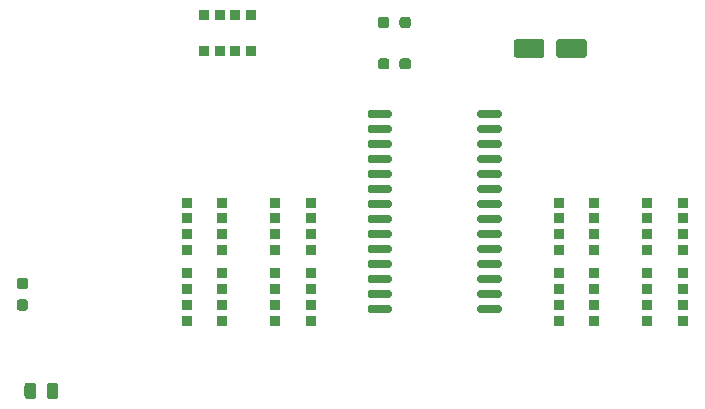
<source format=gbr>
%TF.GenerationSoftware,KiCad,Pcbnew,5.1.10*%
%TF.CreationDate,2021-11-19T19:09:23+01:00*%
%TF.ProjectId,SWITCH_INPUT_BOARD,53574954-4348-45f4-994e-5055545f424f,rev?*%
%TF.SameCoordinates,Original*%
%TF.FileFunction,Paste,Top*%
%TF.FilePolarity,Positive*%
%FSLAX46Y46*%
G04 Gerber Fmt 4.6, Leading zero omitted, Abs format (unit mm)*
G04 Created by KiCad (PCBNEW 5.1.10) date 2021-11-19 19:09:23*
%MOMM*%
%LPD*%
G01*
G04 APERTURE LIST*
%ADD10R,0.900000X0.900000*%
G04 APERTURE END LIST*
%TO.C,REF\u002A\u002A*%
G36*
G01*
X128200000Y-79237500D02*
X128200000Y-78762500D01*
G75*
G02*
X128437500Y-78525000I237500J0D01*
G01*
X128937500Y-78525000D01*
G75*
G02*
X129175000Y-78762500I0J-237500D01*
G01*
X129175000Y-79237500D01*
G75*
G02*
X128937500Y-79475000I-237500J0D01*
G01*
X128437500Y-79475000D01*
G75*
G02*
X128200000Y-79237500I0J237500D01*
G01*
G37*
G36*
G01*
X130025000Y-79237500D02*
X130025000Y-78762500D01*
G75*
G02*
X130262500Y-78525000I237500J0D01*
G01*
X130762500Y-78525000D01*
G75*
G02*
X131000000Y-78762500I0J-237500D01*
G01*
X131000000Y-79237500D01*
G75*
G02*
X130762500Y-79475000I-237500J0D01*
G01*
X130262500Y-79475000D01*
G75*
G02*
X130025000Y-79237500I0J237500D01*
G01*
G37*
%TD*%
%TO.C,REF\u002A\u002A*%
G36*
G01*
X128200000Y-75737500D02*
X128200000Y-75262500D01*
G75*
G02*
X128437500Y-75025000I237500J0D01*
G01*
X128937500Y-75025000D01*
G75*
G02*
X129175000Y-75262500I0J-237500D01*
G01*
X129175000Y-75737500D01*
G75*
G02*
X128937500Y-75975000I-237500J0D01*
G01*
X128437500Y-75975000D01*
G75*
G02*
X128200000Y-75737500I0J237500D01*
G01*
G37*
G36*
G01*
X130025000Y-75737500D02*
X130025000Y-75262500D01*
G75*
G02*
X130262500Y-75025000I237500J0D01*
G01*
X130762500Y-75025000D01*
G75*
G02*
X131000000Y-75262500I0J-237500D01*
G01*
X131000000Y-75737500D01*
G75*
G02*
X130762500Y-75975000I-237500J0D01*
G01*
X130262500Y-75975000D01*
G75*
G02*
X130025000Y-75737500I0J237500D01*
G01*
G37*
%TD*%
%TO.C,C1\u002A*%
G36*
G01*
X143300000Y-78250400D02*
X143300000Y-77149600D01*
G75*
G02*
X143549600Y-76900000I249600J0D01*
G01*
X145650400Y-76900000D01*
G75*
G02*
X145900000Y-77149600I0J-249600D01*
G01*
X145900000Y-78250400D01*
G75*
G02*
X145650400Y-78500000I-249600J0D01*
G01*
X143549600Y-78500000D01*
G75*
G02*
X143300000Y-78250400I0J249600D01*
G01*
G37*
G36*
G01*
X139700000Y-78250400D02*
X139700000Y-77149600D01*
G75*
G02*
X139949600Y-76900000I249600J0D01*
G01*
X142050400Y-76900000D01*
G75*
G02*
X142300000Y-77149600I0J-249600D01*
G01*
X142300000Y-78250400D01*
G75*
G02*
X142050400Y-78500000I-249600J0D01*
G01*
X139949600Y-78500000D01*
G75*
G02*
X139700000Y-78250400I0J249600D01*
G01*
G37*
%TD*%
%TO.C,REF\u002A\u002A*%
G36*
G01*
X98337500Y-98075000D02*
X97862500Y-98075000D01*
G75*
G02*
X97625000Y-97837500I0J237500D01*
G01*
X97625000Y-97337500D01*
G75*
G02*
X97862500Y-97100000I237500J0D01*
G01*
X98337500Y-97100000D01*
G75*
G02*
X98575000Y-97337500I0J-237500D01*
G01*
X98575000Y-97837500D01*
G75*
G02*
X98337500Y-98075000I-237500J0D01*
G01*
G37*
G36*
G01*
X98337500Y-99900000D02*
X97862500Y-99900000D01*
G75*
G02*
X97625000Y-99662500I0J237500D01*
G01*
X97625000Y-99162500D01*
G75*
G02*
X97862500Y-98925000I237500J0D01*
G01*
X98337500Y-98925000D01*
G75*
G02*
X98575000Y-99162500I0J-237500D01*
G01*
X98575000Y-99662500D01*
G75*
G02*
X98337500Y-99900000I-237500J0D01*
G01*
G37*
%TD*%
%TO.C,D1*%
G36*
G01*
X100150000Y-107156250D02*
X100150000Y-106243750D01*
G75*
G02*
X100393750Y-106000000I243750J0D01*
G01*
X100881250Y-106000000D01*
G75*
G02*
X101125000Y-106243750I0J-243750D01*
G01*
X101125000Y-107156250D01*
G75*
G02*
X100881250Y-107400000I-243750J0D01*
G01*
X100393750Y-107400000D01*
G75*
G02*
X100150000Y-107156250I0J243750D01*
G01*
G37*
G36*
G01*
X98275000Y-107156250D02*
X98275000Y-106243750D01*
G75*
G02*
X98518750Y-106000000I243750J0D01*
G01*
X99006250Y-106000000D01*
G75*
G02*
X99250000Y-106243750I0J-243750D01*
G01*
X99250000Y-107156250D01*
G75*
G02*
X99006250Y-107400000I-243750J0D01*
G01*
X98518750Y-107400000D01*
G75*
G02*
X98275000Y-107156250I0J243750D01*
G01*
G37*
%TD*%
D10*
%TO.C,RN1*%
X119500000Y-90750000D03*
X119500000Y-94750000D03*
X119500000Y-92090000D03*
X119500000Y-93410000D03*
X122500000Y-92090000D03*
X122500000Y-90750000D03*
X122500000Y-94750000D03*
X122500000Y-93410000D03*
%TD*%
%TO.C,RN2*%
X119500000Y-96750000D03*
X119500000Y-100750000D03*
X119500000Y-98090000D03*
X119500000Y-99410000D03*
X122500000Y-98090000D03*
X122500000Y-96750000D03*
X122500000Y-100750000D03*
X122500000Y-99410000D03*
%TD*%
%TO.C,RN3*%
X143500000Y-98090000D03*
X143500000Y-96750000D03*
X143500000Y-100750000D03*
X143500000Y-99410000D03*
X146500000Y-98090000D03*
X146500000Y-99410000D03*
X146500000Y-96750000D03*
X146500000Y-100750000D03*
%TD*%
%TO.C,RN4*%
X146500000Y-94750000D03*
X146500000Y-90750000D03*
X146500000Y-93410000D03*
X146500000Y-92090000D03*
X143500000Y-93410000D03*
X143500000Y-94750000D03*
X143500000Y-90750000D03*
X143500000Y-92090000D03*
%TD*%
%TO.C,RN5*%
X115000000Y-94750000D03*
X115000000Y-90750000D03*
X115000000Y-93410000D03*
X115000000Y-92090000D03*
X112000000Y-93410000D03*
X112000000Y-94750000D03*
X112000000Y-90750000D03*
X112000000Y-92090000D03*
%TD*%
%TO.C,RN6*%
X112000000Y-98090000D03*
X112000000Y-96750000D03*
X112000000Y-100750000D03*
X112000000Y-99410000D03*
X115000000Y-98090000D03*
X115000000Y-99410000D03*
X115000000Y-96750000D03*
X115000000Y-100750000D03*
%TD*%
%TO.C,RN7*%
X151000000Y-96750000D03*
X151000000Y-100750000D03*
X151000000Y-98090000D03*
X151000000Y-99410000D03*
X154000000Y-98090000D03*
X154000000Y-96750000D03*
X154000000Y-100750000D03*
X154000000Y-99410000D03*
%TD*%
%TO.C,RN8*%
X154000000Y-93410000D03*
X154000000Y-94750000D03*
X154000000Y-90750000D03*
X154000000Y-92090000D03*
X151000000Y-93410000D03*
X151000000Y-92090000D03*
X151000000Y-94750000D03*
X151000000Y-90750000D03*
%TD*%
%TO.C,RN9*%
X116140000Y-74880000D03*
X117480000Y-74880000D03*
X113480000Y-74880000D03*
X114820000Y-74880000D03*
X116140000Y-77880000D03*
X114820000Y-77880000D03*
X117480000Y-77880000D03*
X113480000Y-77880000D03*
%TD*%
%TO.C,U1*%
G36*
G01*
X138675000Y-99605000D02*
X138675000Y-99905000D01*
G75*
G02*
X138525000Y-100055000I-150000J0D01*
G01*
X136775000Y-100055000D01*
G75*
G02*
X136625000Y-99905000I0J150000D01*
G01*
X136625000Y-99605000D01*
G75*
G02*
X136775000Y-99455000I150000J0D01*
G01*
X138525000Y-99455000D01*
G75*
G02*
X138675000Y-99605000I0J-150000D01*
G01*
G37*
G36*
G01*
X138675000Y-98335000D02*
X138675000Y-98635000D01*
G75*
G02*
X138525000Y-98785000I-150000J0D01*
G01*
X136775000Y-98785000D01*
G75*
G02*
X136625000Y-98635000I0J150000D01*
G01*
X136625000Y-98335000D01*
G75*
G02*
X136775000Y-98185000I150000J0D01*
G01*
X138525000Y-98185000D01*
G75*
G02*
X138675000Y-98335000I0J-150000D01*
G01*
G37*
G36*
G01*
X138675000Y-97065000D02*
X138675000Y-97365000D01*
G75*
G02*
X138525000Y-97515000I-150000J0D01*
G01*
X136775000Y-97515000D01*
G75*
G02*
X136625000Y-97365000I0J150000D01*
G01*
X136625000Y-97065000D01*
G75*
G02*
X136775000Y-96915000I150000J0D01*
G01*
X138525000Y-96915000D01*
G75*
G02*
X138675000Y-97065000I0J-150000D01*
G01*
G37*
G36*
G01*
X138675000Y-95795000D02*
X138675000Y-96095000D01*
G75*
G02*
X138525000Y-96245000I-150000J0D01*
G01*
X136775000Y-96245000D01*
G75*
G02*
X136625000Y-96095000I0J150000D01*
G01*
X136625000Y-95795000D01*
G75*
G02*
X136775000Y-95645000I150000J0D01*
G01*
X138525000Y-95645000D01*
G75*
G02*
X138675000Y-95795000I0J-150000D01*
G01*
G37*
G36*
G01*
X138675000Y-94525000D02*
X138675000Y-94825000D01*
G75*
G02*
X138525000Y-94975000I-150000J0D01*
G01*
X136775000Y-94975000D01*
G75*
G02*
X136625000Y-94825000I0J150000D01*
G01*
X136625000Y-94525000D01*
G75*
G02*
X136775000Y-94375000I150000J0D01*
G01*
X138525000Y-94375000D01*
G75*
G02*
X138675000Y-94525000I0J-150000D01*
G01*
G37*
G36*
G01*
X138675000Y-93255000D02*
X138675000Y-93555000D01*
G75*
G02*
X138525000Y-93705000I-150000J0D01*
G01*
X136775000Y-93705000D01*
G75*
G02*
X136625000Y-93555000I0J150000D01*
G01*
X136625000Y-93255000D01*
G75*
G02*
X136775000Y-93105000I150000J0D01*
G01*
X138525000Y-93105000D01*
G75*
G02*
X138675000Y-93255000I0J-150000D01*
G01*
G37*
G36*
G01*
X138675000Y-91985000D02*
X138675000Y-92285000D01*
G75*
G02*
X138525000Y-92435000I-150000J0D01*
G01*
X136775000Y-92435000D01*
G75*
G02*
X136625000Y-92285000I0J150000D01*
G01*
X136625000Y-91985000D01*
G75*
G02*
X136775000Y-91835000I150000J0D01*
G01*
X138525000Y-91835000D01*
G75*
G02*
X138675000Y-91985000I0J-150000D01*
G01*
G37*
G36*
G01*
X138675000Y-90715000D02*
X138675000Y-91015000D01*
G75*
G02*
X138525000Y-91165000I-150000J0D01*
G01*
X136775000Y-91165000D01*
G75*
G02*
X136625000Y-91015000I0J150000D01*
G01*
X136625000Y-90715000D01*
G75*
G02*
X136775000Y-90565000I150000J0D01*
G01*
X138525000Y-90565000D01*
G75*
G02*
X138675000Y-90715000I0J-150000D01*
G01*
G37*
G36*
G01*
X138675000Y-89445000D02*
X138675000Y-89745000D01*
G75*
G02*
X138525000Y-89895000I-150000J0D01*
G01*
X136775000Y-89895000D01*
G75*
G02*
X136625000Y-89745000I0J150000D01*
G01*
X136625000Y-89445000D01*
G75*
G02*
X136775000Y-89295000I150000J0D01*
G01*
X138525000Y-89295000D01*
G75*
G02*
X138675000Y-89445000I0J-150000D01*
G01*
G37*
G36*
G01*
X138675000Y-88175000D02*
X138675000Y-88475000D01*
G75*
G02*
X138525000Y-88625000I-150000J0D01*
G01*
X136775000Y-88625000D01*
G75*
G02*
X136625000Y-88475000I0J150000D01*
G01*
X136625000Y-88175000D01*
G75*
G02*
X136775000Y-88025000I150000J0D01*
G01*
X138525000Y-88025000D01*
G75*
G02*
X138675000Y-88175000I0J-150000D01*
G01*
G37*
G36*
G01*
X138675000Y-86905000D02*
X138675000Y-87205000D01*
G75*
G02*
X138525000Y-87355000I-150000J0D01*
G01*
X136775000Y-87355000D01*
G75*
G02*
X136625000Y-87205000I0J150000D01*
G01*
X136625000Y-86905000D01*
G75*
G02*
X136775000Y-86755000I150000J0D01*
G01*
X138525000Y-86755000D01*
G75*
G02*
X138675000Y-86905000I0J-150000D01*
G01*
G37*
G36*
G01*
X138675000Y-85635000D02*
X138675000Y-85935000D01*
G75*
G02*
X138525000Y-86085000I-150000J0D01*
G01*
X136775000Y-86085000D01*
G75*
G02*
X136625000Y-85935000I0J150000D01*
G01*
X136625000Y-85635000D01*
G75*
G02*
X136775000Y-85485000I150000J0D01*
G01*
X138525000Y-85485000D01*
G75*
G02*
X138675000Y-85635000I0J-150000D01*
G01*
G37*
G36*
G01*
X138675000Y-84365000D02*
X138675000Y-84665000D01*
G75*
G02*
X138525000Y-84815000I-150000J0D01*
G01*
X136775000Y-84815000D01*
G75*
G02*
X136625000Y-84665000I0J150000D01*
G01*
X136625000Y-84365000D01*
G75*
G02*
X136775000Y-84215000I150000J0D01*
G01*
X138525000Y-84215000D01*
G75*
G02*
X138675000Y-84365000I0J-150000D01*
G01*
G37*
G36*
G01*
X138675000Y-83095000D02*
X138675000Y-83395000D01*
G75*
G02*
X138525000Y-83545000I-150000J0D01*
G01*
X136775000Y-83545000D01*
G75*
G02*
X136625000Y-83395000I0J150000D01*
G01*
X136625000Y-83095000D01*
G75*
G02*
X136775000Y-82945000I150000J0D01*
G01*
X138525000Y-82945000D01*
G75*
G02*
X138675000Y-83095000I0J-150000D01*
G01*
G37*
G36*
G01*
X129375000Y-83095000D02*
X129375000Y-83395000D01*
G75*
G02*
X129225000Y-83545000I-150000J0D01*
G01*
X127475000Y-83545000D01*
G75*
G02*
X127325000Y-83395000I0J150000D01*
G01*
X127325000Y-83095000D01*
G75*
G02*
X127475000Y-82945000I150000J0D01*
G01*
X129225000Y-82945000D01*
G75*
G02*
X129375000Y-83095000I0J-150000D01*
G01*
G37*
G36*
G01*
X129375000Y-84365000D02*
X129375000Y-84665000D01*
G75*
G02*
X129225000Y-84815000I-150000J0D01*
G01*
X127475000Y-84815000D01*
G75*
G02*
X127325000Y-84665000I0J150000D01*
G01*
X127325000Y-84365000D01*
G75*
G02*
X127475000Y-84215000I150000J0D01*
G01*
X129225000Y-84215000D01*
G75*
G02*
X129375000Y-84365000I0J-150000D01*
G01*
G37*
G36*
G01*
X129375000Y-85635000D02*
X129375000Y-85935000D01*
G75*
G02*
X129225000Y-86085000I-150000J0D01*
G01*
X127475000Y-86085000D01*
G75*
G02*
X127325000Y-85935000I0J150000D01*
G01*
X127325000Y-85635000D01*
G75*
G02*
X127475000Y-85485000I150000J0D01*
G01*
X129225000Y-85485000D01*
G75*
G02*
X129375000Y-85635000I0J-150000D01*
G01*
G37*
G36*
G01*
X129375000Y-86905000D02*
X129375000Y-87205000D01*
G75*
G02*
X129225000Y-87355000I-150000J0D01*
G01*
X127475000Y-87355000D01*
G75*
G02*
X127325000Y-87205000I0J150000D01*
G01*
X127325000Y-86905000D01*
G75*
G02*
X127475000Y-86755000I150000J0D01*
G01*
X129225000Y-86755000D01*
G75*
G02*
X129375000Y-86905000I0J-150000D01*
G01*
G37*
G36*
G01*
X129375000Y-88175000D02*
X129375000Y-88475000D01*
G75*
G02*
X129225000Y-88625000I-150000J0D01*
G01*
X127475000Y-88625000D01*
G75*
G02*
X127325000Y-88475000I0J150000D01*
G01*
X127325000Y-88175000D01*
G75*
G02*
X127475000Y-88025000I150000J0D01*
G01*
X129225000Y-88025000D01*
G75*
G02*
X129375000Y-88175000I0J-150000D01*
G01*
G37*
G36*
G01*
X129375000Y-89445000D02*
X129375000Y-89745000D01*
G75*
G02*
X129225000Y-89895000I-150000J0D01*
G01*
X127475000Y-89895000D01*
G75*
G02*
X127325000Y-89745000I0J150000D01*
G01*
X127325000Y-89445000D01*
G75*
G02*
X127475000Y-89295000I150000J0D01*
G01*
X129225000Y-89295000D01*
G75*
G02*
X129375000Y-89445000I0J-150000D01*
G01*
G37*
G36*
G01*
X129375000Y-90715000D02*
X129375000Y-91015000D01*
G75*
G02*
X129225000Y-91165000I-150000J0D01*
G01*
X127475000Y-91165000D01*
G75*
G02*
X127325000Y-91015000I0J150000D01*
G01*
X127325000Y-90715000D01*
G75*
G02*
X127475000Y-90565000I150000J0D01*
G01*
X129225000Y-90565000D01*
G75*
G02*
X129375000Y-90715000I0J-150000D01*
G01*
G37*
G36*
G01*
X129375000Y-91985000D02*
X129375000Y-92285000D01*
G75*
G02*
X129225000Y-92435000I-150000J0D01*
G01*
X127475000Y-92435000D01*
G75*
G02*
X127325000Y-92285000I0J150000D01*
G01*
X127325000Y-91985000D01*
G75*
G02*
X127475000Y-91835000I150000J0D01*
G01*
X129225000Y-91835000D01*
G75*
G02*
X129375000Y-91985000I0J-150000D01*
G01*
G37*
G36*
G01*
X129375000Y-93255000D02*
X129375000Y-93555000D01*
G75*
G02*
X129225000Y-93705000I-150000J0D01*
G01*
X127475000Y-93705000D01*
G75*
G02*
X127325000Y-93555000I0J150000D01*
G01*
X127325000Y-93255000D01*
G75*
G02*
X127475000Y-93105000I150000J0D01*
G01*
X129225000Y-93105000D01*
G75*
G02*
X129375000Y-93255000I0J-150000D01*
G01*
G37*
G36*
G01*
X129375000Y-94525000D02*
X129375000Y-94825000D01*
G75*
G02*
X129225000Y-94975000I-150000J0D01*
G01*
X127475000Y-94975000D01*
G75*
G02*
X127325000Y-94825000I0J150000D01*
G01*
X127325000Y-94525000D01*
G75*
G02*
X127475000Y-94375000I150000J0D01*
G01*
X129225000Y-94375000D01*
G75*
G02*
X129375000Y-94525000I0J-150000D01*
G01*
G37*
G36*
G01*
X129375000Y-95795000D02*
X129375000Y-96095000D01*
G75*
G02*
X129225000Y-96245000I-150000J0D01*
G01*
X127475000Y-96245000D01*
G75*
G02*
X127325000Y-96095000I0J150000D01*
G01*
X127325000Y-95795000D01*
G75*
G02*
X127475000Y-95645000I150000J0D01*
G01*
X129225000Y-95645000D01*
G75*
G02*
X129375000Y-95795000I0J-150000D01*
G01*
G37*
G36*
G01*
X129375000Y-97065000D02*
X129375000Y-97365000D01*
G75*
G02*
X129225000Y-97515000I-150000J0D01*
G01*
X127475000Y-97515000D01*
G75*
G02*
X127325000Y-97365000I0J150000D01*
G01*
X127325000Y-97065000D01*
G75*
G02*
X127475000Y-96915000I150000J0D01*
G01*
X129225000Y-96915000D01*
G75*
G02*
X129375000Y-97065000I0J-150000D01*
G01*
G37*
G36*
G01*
X129375000Y-98335000D02*
X129375000Y-98635000D01*
G75*
G02*
X129225000Y-98785000I-150000J0D01*
G01*
X127475000Y-98785000D01*
G75*
G02*
X127325000Y-98635000I0J150000D01*
G01*
X127325000Y-98335000D01*
G75*
G02*
X127475000Y-98185000I150000J0D01*
G01*
X129225000Y-98185000D01*
G75*
G02*
X129375000Y-98335000I0J-150000D01*
G01*
G37*
G36*
G01*
X129375000Y-99605000D02*
X129375000Y-99905000D01*
G75*
G02*
X129225000Y-100055000I-150000J0D01*
G01*
X127475000Y-100055000D01*
G75*
G02*
X127325000Y-99905000I0J150000D01*
G01*
X127325000Y-99605000D01*
G75*
G02*
X127475000Y-99455000I150000J0D01*
G01*
X129225000Y-99455000D01*
G75*
G02*
X129375000Y-99605000I0J-150000D01*
G01*
G37*
%TD*%
M02*

</source>
